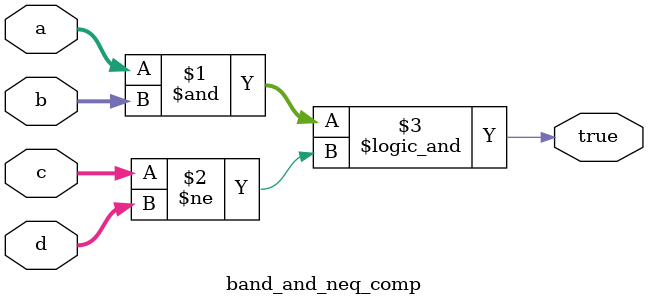
<source format=sv>
module eq_and_neq_comp #(parameter eqwidth = 3, parameter neqwidth = 4)
(
	input [eqwidth-1:0] a,
	input [eqwidth-1:0] b,
	input [neqwidth-1:0] c,
	input [neqwidth-1:0] d,
	output logic true
);

assign true = (a == b) && (c != d);

endmodule : eq_and_neq_comp

module band_and_neq_comp #(parameter eqwidth = 3, parameter neqwidth = 3)
(
	input [eqwidth-1:0] a,
	input [eqwidth-1:0] b,
	input [neqwidth-1:0] c,
	input [neqwidth-1:0] d,
	output logic true
);

assign true = (a & b) && (c != d);

endmodule : band_and_neq_comp

</source>
